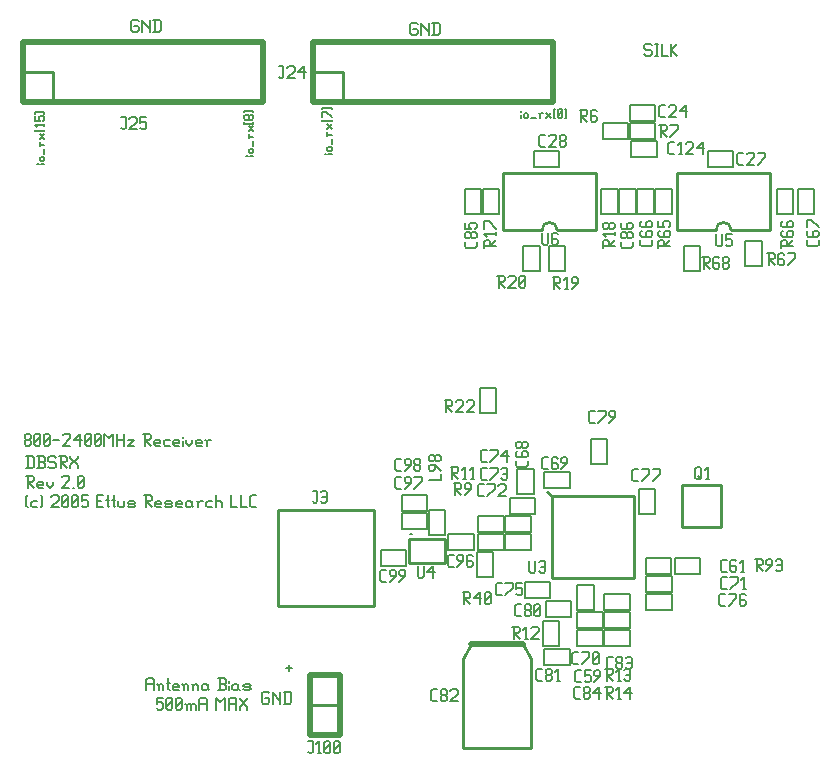
<source format=gbr>
G04 Title: RX Daughterboard, silkscreen, component side *
G04 Creator: pcb-bin 1.99q *
G04 CreationDate: Thu Apr 28 23:14:29 2005 UTC *
G04 For: matt *
G04 Format: Gerber/RS-274X *
G04 PCB-Dimensions: 275000 250000 *
G04 PCB-Coordinate-Origin: lower left *
%MOIN*%
%FSLAX24Y24*%
%IPPOS*%
%ADD11C,0.0400*%
%ADD12C,0.0080*%
%ADD13C,0.0239*%
%ADD14C,0.0140*%
%ADD15C,0.0300*%
%ADD16C,0.0600*%
%ADD17C,0.0250*%
%ADD18C,0.0450*%
%ADD19C,0.0140*%
%ADD20C,0.0299*%
%ADD21C,0.0100*%
%ADD22C,0.0110*%
%ADD23C,0.0249*%
%ADD24R,0.0240X0.0240*%
%ADD25R,0.0440X0.0440*%
%ADD26R,0.0300X0.0300*%
%ADD27C,0.0060*%
%ADD28C,0.0080*%
%ADD29C,0.0800*%
%ADD30C,0.0860*%
%ADD31C,0.1100X0.0800*%
%ADD32C,0.1100*%
%ADD33C,0.0110*%
%AMTHERM1*7,0,0,0.1100,0.0800,0.0110,45*%
%ADD34THERM1*%
%ADD35R,0.0970X0.0970*%
%ADD36R,0.1170X0.1170*%
%ADD37R,0.1030X0.1030*%
%ADD38C,0.0200*%
%ADD39R,0.0560X0.0560*%
%ADD40R,0.0860X0.0860*%
%ADD41R,0.0620X0.0620*%
%ADD42R,0.1220X0.1220*%
%ADD43R,0.1520X0.1520*%
%ADD44R,0.1280X0.1280*%
%ADD45R,0.0340X0.0340*%
%ADD46R,0.0640X0.0640*%
%ADD47R,0.0400X0.0400*%
%ADD48R,0.0540X0.0540*%
%ADD49R,0.0480X0.0480*%
%ADD50R,0.0680X0.0680*%
%ADD51R,0.0200X0.0200*%
%ADD52R,0.0500X0.0500*%
%ADD53R,0.0600X0.0600*%
%ADD54R,0.0660X0.0660*%
%ADD55R,0.0900X0.0900X0.0600X0.0600*%
%ADD56R,0.0900X0.0900*%
%ADD57C,0.0600*%
%ADD58C,0.0660*%
%AMTHERM2*7,0,0,0.0900,0.0600,0.0100,45*%
%ADD59THERM2*%
%ADD60C,0.0900X0.0600*%
%ADD61C,0.0900*%
%ADD62R,0.0150X0.0150*%
%ADD63R,0.0450X0.0450*%
%ADD64R,0.0210X0.0210*%
%ADD65C,0.0410*%
%ADD66C,0.0170*%
%ADD67R,0.1610X0.1610*%
%ADD68R,0.1910X0.1910*%
%ADD69R,0.1670X0.1670*%
%ADD70C,0.0720*%
%ADD71C,0.0920X0.0720*%
%ADD72C,0.0920*%
%ADD73C,0.0240*%
%ADD74C,0.0340*%
%ADD75C,0.1320*%
%ADD76C,0.1520*%
%ADD77C,0.1520X0.1320*%
%ADD78C,0.0600*%
%ADD79C,0.0125*%
%AMTHERM3*7,0,0,0.0800,0.0600,0.0125,45*%
%ADD80THERM3*%
%ADD81C,0.0800*%
%ADD82C,0.0800X0.0600*%
%ADD83C,0.0350*%
%ADD84C,0.0100*%
%AMTHERM4*7,0,0,0.0510,0.0350,0.0100,45*%
%ADD85THERM4*%
%ADD86C,0.0510*%
%ADD87C,0.0510X0.0350*%
%ADD88C,0.0360*%
%ADD89C,0.0520*%
%ADD90C,0.0520X0.0360*%
%AMTHERM5*7,0,0,0.0799,0.0600,0.0125,45*%
%ADD91THERM5*%
%ADD92C,0.0799*%
%ADD93C,0.0799X0.0600*%
%ADD94C,0.0090*%
%AMTHERM6*7,0,0,0.0520,0.0360,0.0090,45*%
%ADD95THERM6*%
%ADD96C,0.0310*%
%ADD97C,0.0080*%
%AMTHERM7*7,0,0,0.0469,0.0310,0.0080,45*%
%ADD98THERM7*%
%ADD99C,0.0469*%
%ADD100C,0.0469X0.0310*%
%AMTHERM8*7,0,0,0.0510,0.0350,0.0100,45*%
%ADD101THERM8*%
%ADD102C,0.0510*%
%ADD103C,0.0510X0.0350*%
%LNGROUP_3*%
%LPD*%
G01X0Y0D02*
G54D27*X15530Y11730D02*X16070D01*
Y12570D02*Y11730D01*
X15530Y12570D02*X16070D01*
X15530D02*Y11730D01*
G04 Text: R22 *
G54D28*X14350Y12170D02*X14550D01*
X14600Y12120D01*
Y12020D01*
X14550Y11970D02*X14600Y12020D01*
X14400Y11970D02*X14550D01*
X14400Y12170D02*Y11770D01*
Y11970D02*X14600Y11770D01*
X14720Y12120D02*X14770Y12170D01*
X14920D01*
X14970Y12120D01*
Y12020D01*
X14720Y11770D02*X14970Y12020D01*
X14720Y11770D02*X14970D01*
X15090Y12120D02*X15140Y12170D01*
X15290D01*
X15340Y12120D01*
Y12020D01*
X15090Y11770D02*X15340Y12020D01*
X15090Y11770D02*X15340D01*
G54D27*X19580Y19220D02*X20120D01*
X19580D02*Y18380D01*
X20120D01*
Y19220D02*Y18380D01*
G04 Text: R18 *
G54D28*X19630Y17450D02*Y17250D01*
Y17450D02*X19680Y17500D01*
X19780D01*
X19830Y17450D02*X19780Y17500D01*
X19830Y17450D02*Y17300D01*
X19630D02*X20030D01*
X19830D02*X20030Y17500D01*
Y17770D02*Y17670D01*
X19630Y17720D02*X20030D01*
X19730Y17620D02*X19630Y17720D01*
X19980Y17890D02*X20030Y17940D01*
X19880Y17890D02*X19980D01*
X19880D02*X19830Y17940D01*
Y18040D02*Y17940D01*
Y18040D02*X19880Y18090D01*
X19980D01*
X20030Y18040D02*X19980Y18090D01*
X20030Y18040D02*Y17940D01*
X19780Y17890D02*X19830Y17940D01*
X19680Y17890D02*X19780D01*
X19680D02*X19630Y17940D01*
Y18040D02*Y17940D01*
Y18040D02*X19680Y18090D01*
X19780D01*
X19830Y18040D02*X19780Y18090D01*
G54D27*X20780Y18380D02*X21320D01*
Y19220D02*Y18380D01*
X20780Y19220D02*X21320D01*
X20780D02*Y18380D01*
G04 Text: C66 *
G54D28*X21280Y17500D02*Y17350D01*
X21230Y17300D02*X21280Y17350D01*
X20930Y17300D02*X21230D01*
X20930D02*X20880Y17350D01*
Y17500D02*Y17350D01*
Y17770D02*X20930Y17820D01*
X20880Y17770D02*Y17670D01*
X20930Y17620D02*X20880Y17670D01*
X20930Y17620D02*X21230D01*
X21280Y17670D01*
X21080Y17770D02*X21130Y17820D01*
X21080Y17770D02*Y17620D01*
X21280Y17770D02*Y17670D01*
Y17770D02*X21230Y17820D01*
X21130D02*X21230D01*
X20880Y18090D02*X20930Y18140D01*
X20880Y18090D02*Y17990D01*
X20930Y17940D02*X20880Y17990D01*
X20930Y17940D02*X21230D01*
X21280Y17990D01*
X21080Y18090D02*X21130Y18140D01*
X21080Y18090D02*Y17940D01*
X21280Y18090D02*Y17990D01*
Y18090D02*X21230Y18140D01*
X21130D02*X21230D01*
G54D27*X21380Y19220D02*X21920D01*
X21380D02*Y18380D01*
X21920D01*
Y19220D02*Y18380D01*
G04 Text: R65 *
G54D28*X21480Y17450D02*Y17250D01*
Y17450D02*X21530Y17500D01*
X21630D01*
X21680Y17450D02*X21630Y17500D01*
X21680Y17450D02*Y17300D01*
X21480D02*X21880D01*
X21680D02*X21880Y17500D01*
X21480Y17770D02*X21530Y17820D01*
X21480Y17770D02*Y17670D01*
X21530Y17620D02*X21480Y17670D01*
X21530Y17620D02*X21830D01*
X21880Y17670D01*
X21680Y17770D02*X21730Y17820D01*
X21680Y17770D02*Y17620D01*
X21880Y17770D02*Y17670D01*
Y17770D02*X21830Y17820D01*
X21730D02*X21830D01*
X21480Y18140D02*Y17940D01*
X21680D01*
X21630Y17990D01*
Y18090D02*Y17990D01*
Y18090D02*X21680Y18140D01*
X21830D01*
X21880Y18090D02*X21830Y18140D01*
X21880Y18090D02*Y17990D01*
X21830Y17940D02*X21880Y17990D01*
G54D27*X20180Y18380D02*X20720D01*
Y19220D02*Y18380D01*
X20180Y19220D02*X20720D01*
X20180D02*Y18380D01*
G04 Text: C86 *
G54D28*X20630Y17450D02*Y17300D01*
X20580Y17250D02*X20630Y17300D01*
X20280Y17250D02*X20580D01*
X20280D02*X20230Y17300D01*
Y17450D02*Y17300D01*
X20580Y17570D02*X20630Y17620D01*
X20480Y17570D02*X20580D01*
X20480D02*X20430Y17620D01*
Y17720D02*Y17620D01*
Y17720D02*X20480Y17770D01*
X20580D01*
X20630Y17720D02*X20580Y17770D01*
X20630Y17720D02*Y17620D01*
X20380Y17570D02*X20430Y17620D01*
X20280Y17570D02*X20380D01*
X20280D02*X20230Y17620D01*
Y17720D02*Y17620D01*
Y17720D02*X20280Y17770D01*
X20380D01*
X20430Y17720D02*X20380Y17770D01*
X20230Y18040D02*X20280Y18090D01*
X20230Y18040D02*Y17940D01*
X20280Y17890D02*X20230Y17940D01*
X20280Y17890D02*X20580D01*
X20630Y17940D01*
X20430Y18040D02*X20480Y18090D01*
X20430Y18040D02*Y17890D01*
X20630Y18040D02*Y17940D01*
Y18040D02*X20580Y18090D01*
X20480D02*X20580D01*
G54D21*X8800Y5300D02*X12000D01*
X8800Y8500D02*Y5300D01*
Y8500D02*X12000D01*
Y5300D01*
G04 Text: J3 *
G54D28*X9950Y9150D02*X10100D01*
Y8800D01*
X10050Y8750D02*X10100Y8800D01*
X10000Y8750D02*X10050D01*
X9950Y8800D02*X10000Y8750D01*
X10220Y9100D02*X10270Y9150D01*
X10370D01*
X10420Y9100D01*
Y8800D01*
X10370Y8750D02*X10420Y8800D01*
X10270Y8750D02*X10370D01*
X10220Y8800D02*X10270Y8750D01*
Y8950D02*X10420D01*
G54D27*X20580Y20820D02*Y20280D01*
X21420D01*
Y20820D02*Y20280D01*
X20580Y20820D02*X21420D01*
G04 Text: C124 *
G54D28*X21850Y20370D02*X22000D01*
X21800Y20420D02*X21850Y20370D01*
X21800Y20720D02*Y20420D01*
Y20720D02*X21850Y20770D01*
X22000D01*
X22170Y20370D02*X22270D01*
X22220Y20770D02*Y20370D01*
X22120Y20670D02*X22220Y20770D01*
X22390Y20720D02*X22440Y20770D01*
X22590D01*
X22640Y20720D01*
Y20620D01*
X22390Y20370D02*X22640Y20620D01*
X22390Y20370D02*X22640D01*
X22760Y20570D02*X22960Y20770D01*
X22760Y20570D02*X23010D01*
X22960Y20770D02*Y20370D01*
G54D27*X18170Y20470D02*Y19930D01*
X17330Y20470D02*X18170D01*
X17330D02*Y19930D01*
X18170D01*
G04 Text: C28 *
G54D28*X17550Y20620D02*X17700D01*
X17500Y20670D02*X17550Y20620D01*
X17500Y20970D02*Y20670D01*
Y20970D02*X17550Y21020D01*
X17700D01*
X17820Y20970D02*X17870Y21020D01*
X18020D01*
X18070Y20970D01*
Y20870D01*
X17820Y20620D02*X18070Y20870D01*
X17820Y20620D02*X18070D01*
X18190Y20670D02*X18240Y20620D01*
X18190Y20770D02*Y20670D01*
Y20770D02*X18240Y20820D01*
X18340D01*
X18390Y20770D01*
Y20670D01*
X18340Y20620D02*X18390Y20670D01*
X18240Y20620D02*X18340D01*
X18190Y20870D02*X18240Y20820D01*
X18190Y20970D02*Y20870D01*
Y20970D02*X18240Y21020D01*
X18340D01*
X18390Y20970D01*
Y20870D01*
X18340Y20820D02*X18390Y20870D01*
G54D21*X23550Y9340D02*Y7950D01*
X22270Y9340D02*X23550D01*
X22270D02*Y7950D01*
X23550D01*
G04 Text: Q1 *
G54D28*X22700Y9880D02*Y9580D01*
Y9880D02*X22750Y9930D01*
X22850D01*
X22900Y9880D01*
Y9580D01*
X22850Y9530D02*X22900Y9580D01*
X22750Y9530D02*X22850D01*
X22700Y9580D02*X22750Y9530D01*
X22800Y9630D02*X22900Y9530D01*
X23070D02*X23170D01*
X23120Y9930D02*Y9530D01*
X23020Y9830D02*X23120Y9930D01*
G54D27*X23970Y20470D02*Y19930D01*
X23130Y20470D02*X23970D01*
X23130D02*Y19930D01*
X23970D01*
G04 Text: C27 *
G54D28*X24150Y20020D02*X24300D01*
X24100Y20070D02*X24150Y20020D01*
X24100Y20370D02*Y20070D01*
Y20370D02*X24150Y20420D01*
X24300D01*
X24420Y20370D02*X24470Y20420D01*
X24620D01*
X24670Y20370D01*
Y20270D01*
X24420Y20020D02*X24670Y20270D01*
X24420Y20020D02*X24670D01*
X24790D02*X25040Y20270D01*
Y20420D02*Y20270D01*
X24790Y20420D02*X25040D01*
G54D27*X20530Y22020D02*X21370D01*
Y21480D01*
X20530D02*X21370D01*
X20530Y22020D02*Y21480D01*
G04 Text: C24 *
G54D28*X21550Y21600D02*X21700D01*
X21500Y21650D02*X21550Y21600D01*
X21500Y21950D02*Y21650D01*
Y21950D02*X21550Y22000D01*
X21700D01*
X21820Y21950D02*X21870Y22000D01*
X22020D01*
X22070Y21950D01*
Y21850D01*
X21820Y21600D02*X22070Y21850D01*
X21820Y21600D02*X22070D01*
X22190Y21800D02*X22390Y22000D01*
X22190Y21800D02*X22440D01*
X22390Y22000D02*Y21600D01*
G54D27*X17680Y3870D02*Y3330D01*
X18520D01*
Y3870D01*
X17680D01*
G04 Text: C81 *
G54D28*X17450Y2820D02*X17600D01*
X17400Y2870D02*X17450Y2820D01*
X17400Y3170D02*Y2870D01*
Y3170D02*X17450Y3220D01*
X17600D01*
X17720Y2870D02*X17770Y2820D01*
X17720Y2970D02*Y2870D01*
Y2970D02*X17770Y3020D01*
X17870D01*
X17920Y2970D01*
Y2870D01*
X17870Y2820D02*X17920Y2870D01*
X17770Y2820D02*X17870D01*
X17720Y3070D02*X17770Y3020D01*
X17720Y3170D02*Y3070D01*
Y3170D02*X17770Y3220D01*
X17870D01*
X17920Y3170D01*
Y3070D01*
X17870Y3020D02*X17920Y3070D01*
X18090Y2820D02*X18190D01*
X18140Y3220D02*Y2820D01*
X18040Y3120D02*X18140Y3220D01*
G54D27*X17630Y4820D02*X18170D01*
X17630D02*Y3980D01*
X18170D01*
Y4820D02*Y3980D01*
G04 Text: R12 *
G54D28*X16600Y4620D02*X16800D01*
X16850Y4570D01*
Y4470D01*
X16800Y4420D02*X16850Y4470D01*
X16650Y4420D02*X16800D01*
X16650Y4620D02*Y4220D01*
Y4420D02*X16850Y4220D01*
X17020D02*X17120D01*
X17070Y4620D02*Y4220D01*
X16970Y4520D02*X17070Y4620D01*
X17240Y4570D02*X17290Y4620D01*
X17440D01*
X17490Y4570D01*
Y4470D01*
X17240Y4220D02*X17490Y4470D01*
X17240Y4220D02*X17490D01*
G54D27*X17730Y5470D02*Y4930D01*
X18570D01*
Y5470D02*Y4930D01*
X17730Y5470D02*X18570D01*
G04 Text: C80 *
G54D28*X16750Y4970D02*X16900D01*
X16700Y5020D02*X16750Y4970D01*
X16700Y5320D02*Y5020D01*
Y5320D02*X16750Y5370D01*
X16900D01*
X17020Y5020D02*X17070Y4970D01*
X17020Y5120D02*Y5020D01*
Y5120D02*X17070Y5170D01*
X17170D01*
X17220Y5120D01*
Y5020D01*
X17170Y4970D02*X17220Y5020D01*
X17070Y4970D02*X17170D01*
X17020Y5220D02*X17070Y5170D01*
X17020Y5320D02*Y5220D01*
Y5320D02*X17070Y5370D01*
X17170D01*
X17220Y5320D01*
Y5220D01*
X17170Y5170D02*X17220Y5220D01*
X17340Y5020D02*X17390Y4970D01*
X17340Y5320D02*Y5020D01*
Y5320D02*X17390Y5370D01*
X17490D01*
X17540Y5320D01*
Y5020D01*
X17490Y4970D02*X17540Y5020D01*
X17390Y4970D02*X17490D01*
X17340Y5070D02*X17540Y5270D01*
G54D27*X15480Y8320D02*Y7780D01*
X16320D01*
Y8320D02*Y7780D01*
X15480Y8320D02*X16320D01*
G04 Text: R11 *
G54D28*X14550Y9950D02*X14750D01*
X14800Y9900D01*
Y9800D01*
X14750Y9750D02*X14800Y9800D01*
X14600Y9750D02*X14750D01*
X14600Y9950D02*Y9550D01*
Y9750D02*X14800Y9550D01*
X14970D02*X15070D01*
X15020Y9950D02*Y9550D01*
X14920Y9850D02*X15020Y9950D01*
X15240Y9550D02*X15340D01*
X15290Y9950D02*Y9550D01*
X15190Y9850D02*X15290Y9950D01*
G54D27*X13830Y8520D02*X14370D01*
X13830D02*Y7680D01*
X14370D01*
Y8520D02*Y7680D01*
G04 Text: L98 *
G54D28*X13830Y9500D02*X14230D01*
Y9700D02*Y9500D01*
Y9820D02*X14030Y10020D01*
X13880D02*X14030D01*
X13830Y9970D02*X13880Y10020D01*
X13830Y9970D02*Y9870D01*
X13880Y9820D02*X13830Y9870D01*
X13880Y9820D02*X13980D01*
X14030Y9870D01*
Y10020D02*Y9870D01*
X14180Y10140D02*X14230Y10190D01*
X14080Y10140D02*X14180D01*
X14080D02*X14030Y10190D01*
Y10290D02*Y10190D01*
Y10290D02*X14080Y10340D01*
X14180D01*
X14230Y10290D02*X14180Y10340D01*
X14230Y10290D02*Y10190D01*
X13980Y10140D02*X14030Y10190D01*
X13880Y10140D02*X13980D01*
X13880D02*X13830Y10190D01*
Y10290D02*Y10190D01*
Y10290D02*X13880Y10340D01*
X13980D01*
X14030Y10290D02*X13980Y10340D01*
G54D27*X13770Y8420D02*Y7880D01*
X12930Y8420D02*X13770D01*
X12930D02*Y7880D01*
X13770D01*
G04 Text: C97 *
G54D28*X12750Y9220D02*X12900D01*
X12700Y9270D02*X12750Y9220D01*
X12700Y9570D02*Y9270D01*
Y9570D02*X12750Y9620D01*
X12900D01*
X13020Y9220D02*X13220Y9420D01*
Y9570D02*Y9420D01*
X13170Y9620D02*X13220Y9570D01*
X13070Y9620D02*X13170D01*
X13020Y9570D02*X13070Y9620D01*
X13020Y9570D02*Y9470D01*
X13070Y9420D01*
X13220D01*
X13340Y9220D02*X13590Y9470D01*
Y9620D02*Y9470D01*
X13340Y9620D02*X13590D01*
G54D27*X14480Y7720D02*Y7180D01*
X15320D01*
Y7720D02*Y7180D01*
X14480Y7720D02*X15320D01*
G04 Text: C96 *
G54D28*X14500Y6620D02*X14650D01*
X14450Y6670D02*X14500Y6620D01*
X14450Y6970D02*Y6670D01*
Y6970D02*X14500Y7020D01*
X14650D01*
X14770Y6620D02*X14970Y6820D01*
Y6970D02*Y6820D01*
X14920Y7020D02*X14970Y6970D01*
X14820Y7020D02*X14920D01*
X14770Y6970D02*X14820Y7020D01*
X14770Y6970D02*Y6870D01*
X14820Y6820D01*
X14970D01*
X15240Y7020D02*X15290Y6970D01*
X15140Y7020D02*X15240D01*
X15090Y6970D02*X15140Y7020D01*
X15090Y6970D02*Y6670D01*
X15140Y6620D01*
X15240Y6820D02*X15290Y6770D01*
X15090Y6820D02*X15240D01*
X15140Y6620D02*X15240D01*
X15290Y6670D01*
Y6770D02*Y6670D01*
G54D27*X17030Y6120D02*Y5580D01*
X17870D01*
Y6120D02*Y5580D01*
X17030Y6120D02*X17870D01*
G04 Text: C75 *
G54D28*X16100Y5670D02*X16250D01*
X16050Y5720D02*X16100Y5670D01*
X16050Y6020D02*Y5720D01*
Y6020D02*X16100Y6070D01*
X16250D01*
X16370Y5670D02*X16620Y5920D01*
Y6070D02*Y5920D01*
X16370Y6070D02*X16620D01*
X16740D02*X16940D01*
X16740D02*Y5870D01*
X16790Y5920D01*
X16890D01*
X16940Y5870D01*
Y5720D01*
X16890Y5670D02*X16940Y5720D01*
X16790Y5670D02*X16890D01*
X16740Y5720D02*X16790Y5670D01*
G54D27*X21080Y6320D02*Y5780D01*
X21920D01*
Y6320D02*Y5780D01*
X21080Y6320D02*X21920D01*
G04 Text: C71 *
G54D28*X23600Y5870D02*X23750D01*
X23550Y5920D02*X23600Y5870D01*
X23550Y6220D02*Y5920D01*
Y6220D02*X23600Y6270D01*
X23750D01*
X23870Y5870D02*X24120Y6120D01*
Y6270D02*Y6120D01*
X23870Y6270D02*X24120D01*
X24290Y5870D02*X24390D01*
X24340Y6270D02*Y5870D01*
X24240Y6170D02*X24340Y6270D01*
G54D27*X16380Y7720D02*Y7180D01*
X17220D01*
Y7720D02*Y7180D01*
X16380Y7720D02*X17220D01*
G04 Text: C72 *
G54D28*X15500Y8970D02*X15650D01*
X15450Y9020D02*X15500Y8970D01*
X15450Y9320D02*Y9020D01*
Y9320D02*X15500Y9370D01*
X15650D01*
X15770Y8970D02*X16020Y9220D01*
Y9370D02*Y9220D01*
X15770Y9370D02*X16020D01*
X16140Y9320D02*X16190Y9370D01*
X16340D01*
X16390Y9320D01*
Y9220D01*
X16140Y8970D02*X16390Y9220D01*
X16140Y8970D02*X16390D01*
G54D27*X15430Y6280D02*X15970D01*
Y7120D02*Y6280D01*
X15430Y7120D02*X15970D01*
X15430D02*Y6280D01*
G04 Text: R40 *
G54D28*X14950Y5770D02*X15150D01*
X15200Y5720D01*
Y5620D01*
X15150Y5570D02*X15200Y5620D01*
X15000Y5570D02*X15150D01*
X15000Y5770D02*Y5370D01*
Y5570D02*X15200Y5370D01*
X15320Y5570D02*X15520Y5770D01*
X15320Y5570D02*X15570D01*
X15520Y5770D02*Y5370D01*
X15690Y5420D02*X15740Y5370D01*
X15690Y5720D02*Y5420D01*
Y5720D02*X15740Y5770D01*
X15840D01*
X15890Y5720D01*
Y5420D01*
X15840Y5370D02*X15890Y5420D01*
X15740Y5370D02*X15840D01*
X15690Y5470D02*X15890Y5670D01*
G54D27*X18780Y6020D02*X19320D01*
X18780D02*Y5180D01*
X19320D01*
Y6020D02*Y5180D01*
G04 Text: C70 *
G54D28*X18650Y3370D02*X18800D01*
X18600Y3420D02*X18650Y3370D01*
X18600Y3720D02*Y3420D01*
Y3720D02*X18650Y3770D01*
X18800D01*
X18920Y3370D02*X19170Y3620D01*
Y3770D02*Y3620D01*
X18920Y3770D02*X19170D01*
X19290Y3420D02*X19340Y3370D01*
X19290Y3720D02*Y3420D01*
Y3720D02*X19340Y3770D01*
X19440D01*
X19490Y3720D01*
Y3420D01*
X19440Y3370D02*X19490Y3420D01*
X19340Y3370D02*X19440D01*
X19290Y3470D02*X19490Y3670D01*
G54D27*X17680Y9770D02*Y9230D01*
X18520D01*
Y9770D02*Y9230D01*
X17680Y9770D02*X18520D01*
G04 Text: C69 *
G54D28*X17650Y9870D02*X17800D01*
X17600Y9920D02*X17650Y9870D01*
X17600Y10220D02*Y9920D01*
Y10220D02*X17650Y10270D01*
X17800D01*
X18070D02*X18120Y10220D01*
X17970Y10270D02*X18070D01*
X17920Y10220D02*X17970Y10270D01*
X17920Y10220D02*Y9920D01*
X17970Y9870D01*
X18070Y10070D02*X18120Y10020D01*
X17920Y10070D02*X18070D01*
X17970Y9870D02*X18070D01*
X18120Y9920D01*
Y10020D02*Y9920D01*
X18240Y9870D02*X18440Y10070D01*
Y10220D02*Y10070D01*
X18390Y10270D02*X18440Y10220D01*
X18290Y10270D02*X18390D01*
X18240Y10220D02*X18290Y10270D01*
X18240Y10220D02*Y10120D01*
X18290Y10070D01*
X18440D01*
G54D27*X16780Y9870D02*X17320D01*
X16780D02*Y9030D01*
X17320D01*
Y9870D02*Y9030D01*
G04 Text: C68 *
G54D28*X17130Y10150D02*Y10000D01*
X17080Y9950D02*X17130Y10000D01*
X16780Y9950D02*X17080D01*
X16780D02*X16730Y10000D01*
Y10150D02*Y10000D01*
Y10420D02*X16780Y10470D01*
X16730Y10420D02*Y10320D01*
X16780Y10270D02*X16730Y10320D01*
X16780Y10270D02*X17080D01*
X17130Y10320D01*
X16930Y10420D02*X16980Y10470D01*
X16930Y10420D02*Y10270D01*
X17130Y10420D02*Y10320D01*
Y10420D02*X17080Y10470D01*
X16980D02*X17080D01*
Y10590D02*X17130Y10640D01*
X16980Y10590D02*X17080D01*
X16980D02*X16930Y10640D01*
Y10740D02*Y10640D01*
Y10740D02*X16980Y10790D01*
X17080D01*
X17130Y10740D02*X17080Y10790D01*
X17130Y10740D02*Y10640D01*
X16880Y10590D02*X16930Y10640D01*
X16780Y10590D02*X16880D01*
X16780D02*X16730Y10640D01*
Y10740D02*Y10640D01*
Y10740D02*X16780Y10790D01*
X16880D01*
X16930Y10740D02*X16880Y10790D01*
G54D27*X22030Y6920D02*Y6380D01*
X22870D01*
Y6920D02*Y6380D01*
X22030Y6920D02*X22870D01*
G04 Text: R93 *
G54D28*X24700Y6870D02*X24900D01*
X24950Y6820D01*
Y6720D01*
X24900Y6670D02*X24950Y6720D01*
X24750Y6670D02*X24900D01*
X24750Y6870D02*Y6470D01*
Y6670D02*X24950Y6470D01*
X25070D02*X25270Y6670D01*
Y6820D02*Y6670D01*
X25220Y6870D02*X25270Y6820D01*
X25120Y6870D02*X25220D01*
X25070Y6820D02*X25120Y6870D01*
X25070Y6820D02*Y6720D01*
X25120Y6670D01*
X25270D01*
X25390Y6820D02*X25440Y6870D01*
X25540D01*
X25590Y6820D01*
Y6520D01*
X25540Y6470D02*X25590Y6520D01*
X25440Y6470D02*X25540D01*
X25390Y6520D02*X25440Y6470D01*
Y6670D02*X25590D01*
G54D27*X19230Y10870D02*X19770D01*
X19230D02*Y10030D01*
X19770D01*
Y10870D02*Y10030D01*
G04 Text: C79 *
G54D28*X19200Y11420D02*X19350D01*
X19150Y11470D02*X19200Y11420D01*
X19150Y11770D02*Y11470D01*
Y11770D02*X19200Y11820D01*
X19350D01*
X19470Y11420D02*X19720Y11670D01*
Y11820D02*Y11670D01*
X19470Y11820D02*X19720D01*
X19840Y11420D02*X20040Y11620D01*
Y11770D02*Y11620D01*
X19990Y11820D02*X20040Y11770D01*
X19890Y11820D02*X19990D01*
X19840Y11770D02*X19890Y11820D01*
X19840Y11770D02*Y11670D01*
X19890Y11620D01*
X20040D01*
G54D27*X13770Y9020D02*Y8480D01*
X12930Y9020D02*X13770D01*
X12930D02*Y8480D01*
X13770D01*
G04 Text: C98 *
G54D28*X12750Y9820D02*X12900D01*
X12700Y9870D02*X12750Y9820D01*
X12700Y10170D02*Y9870D01*
Y10170D02*X12750Y10220D01*
X12900D01*
X13020Y9820D02*X13220Y10020D01*
Y10170D02*Y10020D01*
X13170Y10220D02*X13220Y10170D01*
X13070Y10220D02*X13170D01*
X13020Y10170D02*X13070Y10220D01*
X13020Y10170D02*Y10070D01*
X13070Y10020D01*
X13220D01*
X13340Y9870D02*X13390Y9820D01*
X13340Y9970D02*Y9870D01*
Y9970D02*X13390Y10020D01*
X13490D01*
X13540Y9970D01*
Y9870D01*
X13490Y9820D02*X13540Y9870D01*
X13390Y9820D02*X13490D01*
X13340Y10070D02*X13390Y10020D01*
X13340Y10170D02*Y10070D01*
Y10170D02*X13390Y10220D01*
X13490D01*
X13540Y10170D01*
Y10070D01*
X13490Y10020D02*X13540Y10070D01*
G54D27*X21920Y5720D02*Y5180D01*
X21080Y5720D02*X21920D01*
X21080D02*Y5180D01*
X21920D01*
G04 Text: C76 *
G54D28*X23550Y5320D02*X23700D01*
X23500Y5370D02*X23550Y5320D01*
X23500Y5670D02*Y5370D01*
Y5670D02*X23550Y5720D01*
X23700D01*
X23820Y5320D02*X24070Y5570D01*
Y5720D02*Y5570D01*
X23820Y5720D02*X24070D01*
X24340D02*X24390Y5670D01*
X24240Y5720D02*X24340D01*
X24190Y5670D02*X24240Y5720D01*
X24190Y5670D02*Y5370D01*
X24240Y5320D01*
X24340Y5520D02*X24390Y5470D01*
X24190Y5520D02*X24340D01*
X24240Y5320D02*X24340D01*
X24390Y5370D01*
Y5470D02*Y5370D01*
G54D27*X16380Y8320D02*Y7780D01*
X17220D01*
Y8320D02*Y7780D01*
X16380Y8320D02*X17220D01*
G04 Text: C73 *
G54D28*X15600Y9520D02*X15750D01*
X15550Y9570D02*X15600Y9520D01*
X15550Y9870D02*Y9570D01*
Y9870D02*X15600Y9920D01*
X15750D01*
X15870Y9520D02*X16120Y9770D01*
Y9920D02*Y9770D01*
X15870Y9920D02*X16120D01*
X16240Y9870D02*X16290Y9920D01*
X16390D01*
X16440Y9870D01*
Y9570D01*
X16390Y9520D02*X16440Y9570D01*
X16290Y9520D02*X16390D01*
X16240Y9570D02*X16290Y9520D01*
Y9720D02*X16440D01*
G54D27*X20830Y9220D02*X21370D01*
X20830D02*Y8380D01*
X21370D01*
Y9220D02*Y8380D01*
G04 Text: C77 *
G54D28*X20650Y9470D02*X20800D01*
X20600Y9520D02*X20650Y9470D01*
X20600Y9820D02*Y9520D01*
Y9820D02*X20650Y9870D01*
X20800D01*
X20920Y9470D02*X21170Y9720D01*
Y9870D02*Y9720D01*
X20920Y9870D02*X21170D01*
X21290Y9470D02*X21540Y9720D01*
Y9870D02*Y9720D01*
X21290Y9870D02*X21540D01*
G54D27*X16530Y8920D02*Y8380D01*
X17370D01*
Y8920D02*Y8380D01*
X16530Y8920D02*X17370D01*
G04 Text: C74 *
G54D28*X15600Y10120D02*X15750D01*
X15550Y10170D02*X15600Y10120D01*
X15550Y10470D02*Y10170D01*
Y10470D02*X15600Y10520D01*
X15750D01*
X15870Y10120D02*X16120Y10370D01*
Y10520D02*Y10370D01*
X15870Y10520D02*X16120D01*
X16240Y10320D02*X16440Y10520D01*
X16240Y10320D02*X16490D01*
X16440Y10520D02*Y10120D01*
G54D38*X15230Y4030D02*X16970D01*
G54D21*X15230D02*X14980Y3550D01*
Y570D01*
X17220D01*
Y3550D02*Y570D01*
Y3550D02*X16970Y4030D01*
G04 Text: C82 *
G54D28*X13950Y2130D02*X14100D01*
X13900Y2180D02*X13950Y2130D01*
X13900Y2480D02*Y2180D01*
Y2480D02*X13950Y2530D01*
X14100D01*
X14220Y2180D02*X14270Y2130D01*
X14220Y2280D02*Y2180D01*
Y2280D02*X14270Y2330D01*
X14370D01*
X14420Y2280D01*
Y2180D01*
X14370Y2130D02*X14420Y2180D01*
X14270Y2130D02*X14370D01*
X14220Y2380D02*X14270Y2330D01*
X14220Y2480D02*Y2380D01*
Y2480D02*X14270Y2530D01*
X14370D01*
X14420Y2480D01*
Y2380D01*
X14370Y2330D02*X14420Y2380D01*
X14540Y2480D02*X14590Y2530D01*
X14740D01*
X14790Y2480D01*
Y2380D01*
X14540Y2130D02*X14790Y2380D01*
X14540Y2130D02*X14790D01*
G54D38*X9950Y22100D02*X17950D01*
Y24100D02*Y22100D01*
X9950Y24100D02*X17950D01*
X9950D02*Y22100D01*
G54D21*X10950Y23100D02*Y22100D01*
X9950Y23100D02*X10950D01*
G04 Text: J24 *
G54D28*X8830Y23310D02*X8980D01*
Y22960D01*
X8930Y22910D02*X8980Y22960D01*
X8880Y22910D02*X8930D01*
X8830Y22960D02*X8880Y22910D01*
X9100Y23260D02*X9150Y23310D01*
X9300D01*
X9350Y23260D01*
Y23160D01*
X9100Y22910D02*X9350Y23160D01*
X9100Y22910D02*X9350D01*
X9470Y23110D02*X9670Y23310D01*
X9470Y23110D02*X9720D01*
X9670Y23310D02*Y22910D01*
G54D27*X15630Y19220D02*X16170D01*
X15630D02*Y18380D01*
X16170D01*
Y19220D02*Y18380D01*
G04 Text: R17 *
G54D28*X15680Y17450D02*Y17250D01*
Y17450D02*X15730Y17500D01*
X15830D01*
X15880Y17450D02*X15830Y17500D01*
X15880Y17450D02*Y17300D01*
X15680D02*X16080D01*
X15880D02*X16080Y17500D01*
Y17770D02*Y17670D01*
X15680Y17720D02*X16080D01*
X15780Y17620D02*X15680Y17720D01*
X16080Y17890D02*X15830Y18140D01*
X15680D02*X15830D01*
X15680D02*Y17890D01*
G54D27*X21070Y6920D02*Y6380D01*
X21910D01*
Y6920D02*Y6380D01*
X21070Y6920D02*X21910D01*
G04 Text: C61 *
G54D28*X23600Y6460D02*X23750D01*
X23550Y6510D02*X23600Y6460D01*
X23550Y6810D02*Y6510D01*
Y6810D02*X23600Y6860D01*
X23750D01*
X24020D02*X24070Y6810D01*
X23920Y6860D02*X24020D01*
X23870Y6810D02*X23920Y6860D01*
X23870Y6810D02*Y6510D01*
X23920Y6460D01*
X24020Y6660D02*X24070Y6610D01*
X23870Y6660D02*X24020D01*
X23920Y6460D02*X24020D01*
X24070Y6510D01*
Y6610D02*Y6510D01*
X24240Y6460D02*X24340D01*
X24290Y6860D02*Y6460D01*
X24190Y6760D02*X24290Y6860D01*
G54D27*X26130Y18380D02*X26670D01*
Y19220D02*Y18380D01*
X26130Y19220D02*X26670D01*
X26130D02*Y18380D01*
G04 Text: C67 *
G54D28*X26830Y17500D02*Y17350D01*
X26780Y17300D02*X26830Y17350D01*
X26480Y17300D02*X26780D01*
X26480D02*X26430Y17350D01*
Y17500D02*Y17350D01*
Y17770D02*X26480Y17820D01*
X26430Y17770D02*Y17670D01*
X26480Y17620D02*X26430Y17670D01*
X26480Y17620D02*X26780D01*
X26830Y17670D01*
X26630Y17770D02*X26680Y17820D01*
X26630Y17770D02*Y17620D01*
X26830Y17770D02*Y17670D01*
Y17770D02*X26780Y17820D01*
X26680D02*X26780D01*
X26830Y17940D02*X26580Y18190D01*
X26430D02*X26580D01*
X26430D02*Y17940D01*
G54D27*X19680Y4520D02*Y3980D01*
X20520D01*
Y4520D02*Y3980D01*
X19680Y4520D02*X20520D01*
G04 Text: R14 *
G54D28*X19700Y2620D02*X19900D01*
X19950Y2570D01*
Y2470D01*
X19900Y2420D02*X19950Y2470D01*
X19750Y2420D02*X19900D01*
X19750Y2620D02*Y2220D01*
Y2420D02*X19950Y2220D01*
X20120D02*X20220D01*
X20170Y2620D02*Y2220D01*
X20070Y2520D02*X20170Y2620D01*
X20340Y2420D02*X20540Y2620D01*
X20340Y2420D02*X20590D01*
X20540Y2620D02*Y2220D01*
G54D21*X13160Y7550D02*X14350D01*
X13160D02*Y6750D01*
X14350D01*
Y7550D02*Y6750D01*
G04 Text: U4 *
G54D28*X13450Y6650D02*Y6300D01*
X13500Y6250D01*
X13600D01*
X13650Y6300D01*
Y6650D02*Y6300D01*
X13770Y6450D02*X13970Y6650D01*
X13770Y6450D02*X14020D01*
X13970Y6650D02*Y6250D01*
G54D21*X25200Y19750D02*Y17850D01*
X22100Y19750D02*X25200D01*
X22100D02*Y17850D01*
X23900D02*X25200D01*
X22100D02*X23400D01*
X23900D02*G75*G03X23400Y17850I-250J0D01*G01*
G04 Text: U5 *
G54D28*Y17700D02*Y17350D01*
X23450Y17300D01*
X23550D01*
X23600Y17350D01*
Y17700D02*Y17350D01*
X23720Y17700D02*X23920D01*
X23720D02*Y17500D01*
X23770Y17550D01*
X23870D01*
X23920Y17500D01*
Y17350D01*
X23870Y17300D02*X23920Y17350D01*
X23770Y17300D02*X23870D01*
X23720Y17350D02*X23770Y17300D01*
G54D27*X18780Y4520D02*Y3980D01*
X19620D01*
Y4520D02*Y3980D01*
X18780Y4520D02*X19620D01*
G04 Text: C84 *
G54D28*X18720Y2220D02*X18870D01*
X18670Y2270D02*X18720Y2220D01*
X18670Y2570D02*Y2270D01*
Y2570D02*X18720Y2620D01*
X18870D01*
X18990Y2270D02*X19040Y2220D01*
X18990Y2370D02*Y2270D01*
Y2370D02*X19040Y2420D01*
X19140D01*
X19190Y2370D01*
Y2270D01*
X19140Y2220D02*X19190Y2270D01*
X19040Y2220D02*X19140D01*
X18990Y2470D02*X19040Y2420D01*
X18990Y2570D02*Y2470D01*
Y2570D02*X19040Y2620D01*
X19140D01*
X19190Y2570D01*
Y2470D01*
X19140Y2420D02*X19190Y2470D01*
X19310Y2420D02*X19510Y2620D01*
X19310Y2420D02*X19560D01*
X19510Y2620D02*Y2220D01*
G54D27*X24380Y17470D02*X24920D01*
X24380D02*Y16630D01*
X24920D01*
Y17470D02*Y16630D01*
G04 Text: R67 *
G54D28*X25100Y17070D02*X25300D01*
X25350Y17020D01*
Y16920D01*
X25300Y16870D02*X25350Y16920D01*
X25150Y16870D02*X25300D01*
X25150Y17070D02*Y16670D01*
Y16870D02*X25350Y16670D01*
X25620Y17070D02*X25670Y17020D01*
X25520Y17070D02*X25620D01*
X25470Y17020D02*X25520Y17070D01*
X25470Y17020D02*Y16720D01*
X25520Y16670D01*
X25620Y16870D02*X25670Y16820D01*
X25470Y16870D02*X25620D01*
X25520Y16670D02*X25620D01*
X25670Y16720D01*
Y16820D02*Y16720D01*
X25790Y16670D02*X26040Y16920D01*
Y17070D02*Y16920D01*
X25790Y17070D02*X26040D01*
G54D27*X25430Y19220D02*X25970D01*
X25430D02*Y18380D01*
X25970D01*
Y19220D02*Y18380D01*
G04 Text: R66 *
G54D28*X25580Y17450D02*Y17250D01*
Y17450D02*X25630Y17500D01*
X25730D01*
X25780Y17450D02*X25730Y17500D01*
X25780Y17450D02*Y17300D01*
X25580D02*X25980D01*
X25780D02*X25980Y17500D01*
X25580Y17770D02*X25630Y17820D01*
X25580Y17770D02*Y17670D01*
X25630Y17620D02*X25580Y17670D01*
X25630Y17620D02*X25930D01*
X25980Y17670D01*
X25780Y17770D02*X25830Y17820D01*
X25780Y17770D02*Y17620D01*
X25980Y17770D02*Y17670D01*
Y17770D02*X25930Y17820D01*
X25830D02*X25930D01*
X25580Y18090D02*X25630Y18140D01*
X25580Y18090D02*Y17990D01*
X25630Y17940D02*X25580Y17990D01*
X25630Y17940D02*X25930D01*
X25980Y17990D01*
X25780Y18090D02*X25830Y18140D01*
X25780Y18090D02*Y17940D01*
X25980Y18090D02*Y17990D01*
Y18090D02*X25930Y18140D01*
X25830D02*X25930D01*
G54D21*X20670Y8970D02*Y6230D01*
X17930Y8970D02*X20670D01*
X17930D02*Y6230D01*
X20670D01*
X17930Y8970D02*X17780Y9120D01*
G04 Text: U3 *
G54D28*X17180Y6820D02*Y6470D01*
X17230Y6420D01*
X17330D01*
X17380Y6470D01*
Y6820D02*Y6470D01*
X17500Y6770D02*X17550Y6820D01*
X17650D01*
X17700Y6770D01*
Y6470D01*
X17650Y6420D02*X17700Y6470D01*
X17550Y6420D02*X17650D01*
X17500Y6470D02*X17550Y6420D01*
Y6620D02*X17700D01*
G54D27*X20520Y5120D02*Y4580D01*
X19680Y5120D02*X20520D01*
X19680D02*Y4580D01*
X20520D01*
G04 Text: R13 *
G54D28*X19700Y3220D02*X19900D01*
X19950Y3170D01*
Y3070D01*
X19900Y3020D02*X19950Y3070D01*
X19750Y3020D02*X19900D01*
X19750Y3220D02*Y2820D01*
Y3020D02*X19950Y2820D01*
X20120D02*X20220D01*
X20170Y3220D02*Y2820D01*
X20070Y3120D02*X20170Y3220D01*
X20340Y3170D02*X20390Y3220D01*
X20490D01*
X20540Y3170D01*
Y2870D01*
X20490Y2820D02*X20540Y2870D01*
X20390Y2820D02*X20490D01*
X20340Y2870D02*X20390Y2820D01*
Y3020D02*X20540D01*
G54D27*X22330Y17320D02*X22870D01*
X22330D02*Y16480D01*
X22870D01*
Y17320D02*Y16480D01*
G04 Text: R68 *
G54D28*X22940Y16960D02*X23140D01*
X23190Y16910D01*
Y16810D01*
X23140Y16760D02*X23190Y16810D01*
X22990Y16760D02*X23140D01*
X22990Y16960D02*Y16560D01*
Y16760D02*X23190Y16560D01*
X23460Y16960D02*X23510Y16910D01*
X23360Y16960D02*X23460D01*
X23310Y16910D02*X23360Y16960D01*
X23310Y16910D02*Y16610D01*
X23360Y16560D01*
X23460Y16760D02*X23510Y16710D01*
X23310Y16760D02*X23460D01*
X23360Y16560D02*X23460D01*
X23510Y16610D01*
Y16710D02*Y16610D01*
X23630D02*X23680Y16560D01*
X23630Y16710D02*Y16610D01*
Y16710D02*X23680Y16760D01*
X23780D01*
X23830Y16710D01*
Y16610D01*
X23780Y16560D02*X23830Y16610D01*
X23680Y16560D02*X23780D01*
X23630Y16810D02*X23680Y16760D01*
X23630Y16910D02*Y16810D01*
Y16910D02*X23680Y16960D01*
X23780D01*
X23830Y16910D01*
Y16810D01*
X23780Y16760D02*X23830Y16810D01*
G54D21*X19400Y19750D02*Y17850D01*
X16300Y19750D02*X19400D01*
X16300D02*Y17850D01*
X18100D02*X19400D01*
X16300D02*X17600D01*
X18100D02*G75*G03X17600Y17850I-250J0D01*G01*
G04 Text: U6 *
G54D28*Y17750D02*Y17400D01*
X17650Y17350D01*
X17750D01*
X17800Y17400D01*
Y17750D02*Y17400D01*
X18070Y17750D02*X18120Y17700D01*
X17970Y17750D02*X18070D01*
X17920Y17700D02*X17970Y17750D01*
X17920Y17700D02*Y17400D01*
X17970Y17350D01*
X18070Y17550D02*X18120Y17500D01*
X17920Y17550D02*X18070D01*
X17970Y17350D02*X18070D01*
X18120Y17400D01*
Y17500D02*Y17400D01*
G54D27*X12230Y7170D02*Y6630D01*
X13070D01*
Y7170D02*Y6630D01*
X12230Y7170D02*X13070D01*
G04 Text: C99 *
G54D28*X12250Y6120D02*X12400D01*
X12200Y6170D02*X12250Y6120D01*
X12200Y6470D02*Y6170D01*
Y6470D02*X12250Y6520D01*
X12400D01*
X12520Y6120D02*X12720Y6320D01*
Y6470D02*Y6320D01*
X12670Y6520D02*X12720Y6470D01*
X12570Y6520D02*X12670D01*
X12520Y6470D02*X12570Y6520D01*
X12520Y6470D02*Y6370D01*
X12570Y6320D01*
X12720D01*
X12840Y6120D02*X13040Y6320D01*
Y6470D02*Y6320D01*
X12990Y6520D02*X13040Y6470D01*
X12890Y6520D02*X12990D01*
X12840Y6470D02*X12890Y6520D01*
X12840Y6470D02*Y6370D01*
X12890Y6320D01*
X13040D01*
G54D27*X15030Y18380D02*X15570D01*
Y19220D02*Y18380D01*
X15030Y19220D02*X15570D01*
X15030D02*Y18380D01*
G04 Text: C85 *
G54D28*X15430Y17450D02*Y17300D01*
X15380Y17250D02*X15430Y17300D01*
X15080Y17250D02*X15380D01*
X15080D02*X15030Y17300D01*
Y17450D02*Y17300D01*
X15380Y17570D02*X15430Y17620D01*
X15280Y17570D02*X15380D01*
X15280D02*X15230Y17620D01*
Y17720D02*Y17620D01*
Y17720D02*X15280Y17770D01*
X15380D01*
X15430Y17720D02*X15380Y17770D01*
X15430Y17720D02*Y17620D01*
X15180Y17570D02*X15230Y17620D01*
X15080Y17570D02*X15180D01*
X15080D02*X15030Y17620D01*
Y17720D02*Y17620D01*
Y17720D02*X15080Y17770D01*
X15180D01*
X15230Y17720D02*X15180Y17770D01*
X15030Y18090D02*Y17890D01*
X15230D01*
X15180Y17940D01*
Y18040D02*Y17940D01*
Y18040D02*X15230Y18090D01*
X15380D01*
X15430Y18040D02*X15380Y18090D01*
X15430Y18040D02*Y17940D01*
X15380Y17890D02*X15430Y17940D01*
G54D38*X300Y22100D02*X8300D01*
Y24100D02*Y22100D01*
X300Y24100D02*X8300D01*
X300D02*Y22100D01*
G54D21*X1300Y23100D02*Y22100D01*
X300Y23100D02*X1300D01*
G04 Text: J25 *
G54D28*X3570Y21610D02*X3720D01*
Y21260D01*
X3670Y21210D02*X3720Y21260D01*
X3620Y21210D02*X3670D01*
X3570Y21260D02*X3620Y21210D01*
X3840Y21560D02*X3890Y21610D01*
X4040D01*
X4090Y21560D01*
Y21460D01*
X3840Y21210D02*X4090Y21460D01*
X3840Y21210D02*X4090D01*
X4210Y21610D02*X4410D01*
X4210D02*Y21410D01*
X4260Y21460D01*
X4360D01*
X4410Y21410D01*
Y21260D01*
X4360Y21210D02*X4410Y21260D01*
X4260Y21210D02*X4360D01*
X4210Y21260D02*X4260Y21210D01*
G54D38*X9850Y3000D02*X10850D01*
X9850D02*Y1000D01*
X10850D01*
Y3000D02*Y1000D01*
G54D21*X9850Y3000D02*Y2000D01*
X10850D01*
G04 Text: J100 *
G54D28*X9800Y800D02*X9950D01*
Y450D01*
X9900Y400D02*X9950Y450D01*
X9850Y400D02*X9900D01*
X9800Y450D02*X9850Y400D01*
X10120D02*X10220D01*
X10170Y800D02*Y400D01*
X10070Y700D02*X10170Y800D01*
X10340Y450D02*X10390Y400D01*
X10340Y750D02*Y450D01*
Y750D02*X10390Y800D01*
X10490D01*
X10540Y750D01*
Y450D01*
X10490Y400D02*X10540Y450D01*
X10390Y400D02*X10490D01*
X10340Y500D02*X10540Y700D01*
X10660Y450D02*X10710Y400D01*
X10660Y750D02*Y450D01*
Y750D02*X10710Y800D01*
X10810D01*
X10860Y750D01*
Y450D01*
X10810Y400D02*X10860Y450D01*
X10710Y400D02*X10810D01*
X10660Y500D02*X10860Y700D01*
G54D27*X15480Y7720D02*Y7180D01*
X16320D01*
Y7720D02*Y7180D01*
X15480Y7720D02*X16320D01*
G04 Text: R9 *
G54D28*X14650Y9400D02*X14850D01*
X14900Y9350D01*
Y9250D01*
X14850Y9200D02*X14900Y9250D01*
X14700Y9200D02*X14850D01*
X14700Y9400D02*Y9000D01*
Y9200D02*X14900Y9000D01*
X15020D02*X15220Y9200D01*
Y9350D02*Y9200D01*
X15170Y9400D02*X15220Y9350D01*
X15070Y9400D02*X15170D01*
X15020Y9350D02*X15070Y9400D01*
X15020Y9350D02*Y9250D01*
X15070Y9200D01*
X15220D01*
G54D27*X19620Y5120D02*Y4580D01*
X18780Y5120D02*X19620D01*
X18780D02*Y4580D01*
X19620D01*
G04 Text: C59 *
G54D28*X18750Y2770D02*X18900D01*
X18700Y2820D02*X18750Y2770D01*
X18700Y3120D02*Y2820D01*
Y3120D02*X18750Y3170D01*
X18900D01*
X19020D02*X19220D01*
X19020D02*Y2970D01*
X19070Y3020D01*
X19170D01*
X19220Y2970D01*
Y2820D01*
X19170Y2770D02*X19220Y2820D01*
X19070Y2770D02*X19170D01*
X19020Y2820D02*X19070Y2770D01*
X19340D02*X19540Y2970D01*
Y3120D02*Y2970D01*
X19490Y3170D02*X19540Y3120D01*
X19390Y3170D02*X19490D01*
X19340Y3120D02*X19390Y3170D01*
X19340Y3120D02*Y3020D01*
X19390Y2970D01*
X19540D01*
G54D27*X16980Y17320D02*X17520D01*
X16980D02*Y16480D01*
X17520D01*
Y17320D02*Y16480D01*
G04 Text: R20 *
G54D28*X16100Y16320D02*X16300D01*
X16350Y16270D01*
Y16170D01*
X16300Y16120D02*X16350Y16170D01*
X16150Y16120D02*X16300D01*
X16150Y16320D02*Y15920D01*
Y16120D02*X16350Y15920D01*
X16470Y16270D02*X16520Y16320D01*
X16670D01*
X16720Y16270D01*
Y16170D01*
X16470Y15920D02*X16720Y16170D01*
X16470Y15920D02*X16720D01*
X16840Y15970D02*X16890Y15920D01*
X16840Y16270D02*Y15970D01*
Y16270D02*X16890Y16320D01*
X16990D01*
X17040Y16270D01*
Y15970D01*
X16990Y15920D02*X17040Y15970D01*
X16890Y15920D02*X16990D01*
X16840Y16020D02*X17040Y16220D01*
G54D27*X17830Y17320D02*X18370D01*
X17830D02*Y16480D01*
X18370D01*
Y17320D02*Y16480D01*
G04 Text: R19 *
G54D28*X17950Y16270D02*X18150D01*
X18200Y16220D01*
Y16120D01*
X18150Y16070D02*X18200Y16120D01*
X18000Y16070D02*X18150D01*
X18000Y16270D02*Y15870D01*
Y16070D02*X18200Y15870D01*
X18370D02*X18470D01*
X18420Y16270D02*Y15870D01*
X18320Y16170D02*X18420Y16270D01*
X18590Y15870D02*X18790Y16070D01*
Y16220D02*Y16070D01*
X18740Y16270D02*X18790Y16220D01*
X18640Y16270D02*X18740D01*
X18590Y16220D02*X18640Y16270D01*
X18590Y16220D02*Y16120D01*
X18640Y16070D01*
X18790D01*
G54D27*X20520Y5720D02*Y5180D01*
X19680Y5720D02*X20520D01*
X19680D02*Y5180D01*
X20520D01*
G04 Text: C83 *
G54D28*X19800Y3220D02*X19950D01*
X19750Y3270D02*X19800Y3220D01*
X19750Y3570D02*Y3270D01*
Y3570D02*X19800Y3620D01*
X19950D01*
X20070Y3270D02*X20120Y3220D01*
X20070Y3370D02*Y3270D01*
Y3370D02*X20120Y3420D01*
X20220D01*
X20270Y3370D01*
Y3270D01*
X20220Y3220D02*X20270Y3270D01*
X20120Y3220D02*X20220D01*
X20070Y3470D02*X20120Y3420D01*
X20070Y3570D02*Y3470D01*
Y3570D02*X20120Y3620D01*
X20220D01*
X20270Y3570D01*
Y3470D01*
X20220Y3420D02*X20270Y3470D01*
X20390Y3570D02*X20440Y3620D01*
X20540D01*
X20590Y3570D01*
Y3270D01*
X20540Y3220D02*X20590Y3270D01*
X20440Y3220D02*X20540D01*
X20390Y3270D02*X20440Y3220D01*
Y3420D02*X20590D01*
G54D27*X20530Y21420D02*Y20880D01*
X21370D01*
Y21420D02*Y20880D01*
X20530Y21420D02*X21370D01*
G04 Text: R7 *
G54D28*X21500Y21350D02*X21700D01*
X21750Y21300D01*
Y21200D01*
X21700Y21150D02*X21750Y21200D01*
X21550Y21150D02*X21700D01*
X21550Y21350D02*Y20950D01*
Y21150D02*X21750Y20950D01*
X21870D02*X22120Y21200D01*
Y21350D02*Y21200D01*
X21870Y21350D02*X22120D01*
G54D27*X19630Y21420D02*Y20880D01*
X20470D01*
Y21420D02*Y20880D01*
X19630Y21420D02*X20470D01*
G04 Text: R6 *
G54D28*X18850Y21850D02*X19050D01*
X19100Y21800D01*
Y21700D01*
X19050Y21650D02*X19100Y21700D01*
X18900Y21650D02*X19050D01*
X18900Y21850D02*Y21450D01*
Y21650D02*X19100Y21450D01*
X19370Y21850D02*X19420Y21800D01*
X19270Y21850D02*X19370D01*
X19220Y21800D02*X19270Y21850D01*
X19220Y21800D02*Y21500D01*
X19270Y21450D01*
X19370Y21650D02*X19420Y21600D01*
X19220Y21650D02*X19370D01*
X19270Y21450D02*X19370D01*
X19420Y21500D01*
Y21600D02*Y21500D01*
G04 Text: . *
X13200Y7700D02*X13250D01*
G04 Text: 800-2400MHz Receiver *
X350Y10700D02*X400Y10650D01*
X350Y10800D02*Y10700D01*
Y10800D02*X400Y10850D01*
X500D01*
X550Y10800D01*
Y10700D01*
X500Y10650D02*X550Y10700D01*
X400Y10650D02*X500D01*
X350Y10900D02*X400Y10850D01*
X350Y11000D02*Y10900D01*
Y11000D02*X400Y11050D01*
X500D01*
X550Y11000D01*
Y10900D01*
X500Y10850D02*X550Y10900D01*
X670Y10700D02*X720Y10650D01*
X670Y11000D02*Y10700D01*
Y11000D02*X720Y11050D01*
X820D01*
X870Y11000D01*
Y10700D01*
X820Y10650D02*X870Y10700D01*
X720Y10650D02*X820D01*
X670Y10750D02*X870Y10950D01*
X990Y10700D02*X1040Y10650D01*
X990Y11000D02*Y10700D01*
Y11000D02*X1040Y11050D01*
X1140D01*
X1190Y11000D01*
Y10700D01*
X1140Y10650D02*X1190Y10700D01*
X1040Y10650D02*X1140D01*
X990Y10750D02*X1190Y10950D01*
X1310Y10850D02*X1510D01*
X1630Y11000D02*X1680Y11050D01*
X1830D01*
X1880Y11000D01*
Y10900D01*
X1630Y10650D02*X1880Y10900D01*
X1630Y10650D02*X1880D01*
X2000Y10850D02*X2200Y11050D01*
X2000Y10850D02*X2250D01*
X2200Y11050D02*Y10650D01*
X2370Y10700D02*X2420Y10650D01*
X2370Y11000D02*Y10700D01*
Y11000D02*X2420Y11050D01*
X2520D01*
X2570Y11000D01*
Y10700D01*
X2520Y10650D02*X2570Y10700D01*
X2420Y10650D02*X2520D01*
X2370Y10750D02*X2570Y10950D01*
X2690Y10700D02*X2740Y10650D01*
X2690Y11000D02*Y10700D01*
Y11000D02*X2740Y11050D01*
X2840D01*
X2890Y11000D01*
Y10700D01*
X2840Y10650D02*X2890Y10700D01*
X2740Y10650D02*X2840D01*
X2690Y10750D02*X2890Y10950D01*
X3010Y11050D02*Y10650D01*
Y11050D02*X3160Y10900D01*
X3310Y11050D01*
Y10650D01*
X3430Y11050D02*Y10650D01*
X3680Y11050D02*Y10650D01*
X3430Y10850D02*X3680D01*
X3801D02*X4001D01*
X3801Y10650D02*X4001Y10850D01*
X3801Y10650D02*X4001D01*
X4301Y11050D02*X4501D01*
X4551Y11000D01*
Y10900D01*
X4501Y10850D02*X4551Y10900D01*
X4351Y10850D02*X4501D01*
X4351Y11050D02*Y10650D01*
Y10850D02*X4551Y10650D01*
X4721D02*X4871D01*
X4671Y10700D02*X4721Y10650D01*
X4671Y10800D02*Y10700D01*
Y10800D02*X4721Y10850D01*
X4821D01*
X4871Y10800D01*
X4671Y10750D02*X4871D01*
Y10800D02*Y10750D01*
X5041Y10850D02*X5191D01*
X4991Y10800D02*X5041Y10850D01*
X4991Y10800D02*Y10700D01*
X5041Y10650D01*
X5191D01*
X5361D02*X5511D01*
X5311Y10700D02*X5361Y10650D01*
X5311Y10800D02*Y10700D01*
Y10800D02*X5361Y10850D01*
X5461D01*
X5511Y10800D01*
X5311Y10750D02*X5511D01*
Y10800D02*Y10750D01*
X5631Y10950D02*Y10900D01*
Y10800D02*Y10650D01*
X5731Y10850D02*Y10750D01*
X5831Y10650D01*
X5931Y10750D01*
Y10850D02*Y10750D01*
X6101Y10650D02*X6251D01*
X6051Y10700D02*X6101Y10650D01*
X6051Y10800D02*Y10700D01*
Y10800D02*X6101Y10850D01*
X6201D01*
X6251Y10800D01*
X6051Y10750D02*X6251D01*
Y10800D02*Y10750D01*
X6421Y10800D02*Y10650D01*
Y10800D02*X6471Y10850D01*
X6571D01*
X6371D02*X6421Y10800D01*
G04 Text: Rev 2.0 *
X400Y9650D02*X600D01*
X650Y9600D01*
Y9500D01*
X600Y9450D02*X650Y9500D01*
X450Y9450D02*X600D01*
X450Y9650D02*Y9250D01*
Y9450D02*X650Y9250D01*
X820D02*X970D01*
X770Y9300D02*X820Y9250D01*
X770Y9400D02*Y9300D01*
Y9400D02*X820Y9450D01*
X920D01*
X970Y9400D01*
X770Y9350D02*X970D01*
Y9400D02*Y9350D01*
X1090Y9450D02*Y9350D01*
X1190Y9250D01*
X1290Y9350D01*
Y9450D02*Y9350D01*
X1590Y9600D02*X1640Y9650D01*
X1790D01*
X1840Y9600D01*
Y9500D01*
X1590Y9250D02*X1840Y9500D01*
X1590Y9250D02*X1840D01*
X1960D02*X2010D01*
X2130Y9300D02*X2180Y9250D01*
X2130Y9600D02*Y9300D01*
Y9600D02*X2180Y9650D01*
X2280D01*
X2330Y9600D01*
Y9300D01*
X2280Y9250D02*X2330Y9300D01*
X2180Y9250D02*X2280D01*
X2130Y9350D02*X2330Y9550D01*
G04 Text: (c) 2005 Ettus Research LLC *
X400Y8650D02*X450Y8600D01*
X400Y8950D02*X450Y9000D01*
X400Y8950D02*Y8650D01*
X620Y8800D02*X770D01*
X570Y8750D02*X620Y8800D01*
X570Y8750D02*Y8650D01*
X620Y8600D01*
X770D01*
X890Y9000D02*X940Y8950D01*
Y8650D01*
X890Y8600D02*X940Y8650D01*
X1240Y8950D02*X1290Y9000D01*
X1440D01*
X1490Y8950D01*
Y8850D01*
X1240Y8600D02*X1490Y8850D01*
X1240Y8600D02*X1490D01*
X1610Y8650D02*X1660Y8600D01*
X1610Y8950D02*Y8650D01*
Y8950D02*X1660Y9000D01*
X1760D01*
X1810Y8950D01*
Y8650D01*
X1760Y8600D02*X1810Y8650D01*
X1660Y8600D02*X1760D01*
X1610Y8700D02*X1810Y8900D01*
X1930Y8650D02*X1980Y8600D01*
X1930Y8950D02*Y8650D01*
Y8950D02*X1980Y9000D01*
X2080D01*
X2130Y8950D01*
Y8650D01*
X2080Y8600D02*X2130Y8650D01*
X1980Y8600D02*X2080D01*
X1930Y8700D02*X2130Y8900D01*
X2250Y9000D02*X2450D01*
X2250D02*Y8800D01*
X2300Y8850D01*
X2400D01*
X2450Y8800D01*
Y8650D01*
X2400Y8600D02*X2450Y8650D01*
X2300Y8600D02*X2400D01*
X2250Y8650D02*X2300Y8600D01*
X2750Y8800D02*X2900D01*
X2750Y8600D02*X2950D01*
X2750Y9000D02*Y8600D01*
Y9000D02*X2950D01*
X3120D02*Y8650D01*
X3170Y8600D01*
X3070Y8850D02*X3170D01*
X3320Y9000D02*Y8650D01*
X3370Y8600D01*
X3270Y8850D02*X3370D01*
X3471Y8800D02*Y8650D01*
X3521Y8600D01*
X3621D01*
X3671Y8650D01*
Y8800D02*Y8650D01*
X3841Y8600D02*X3991D01*
X4041Y8650D01*
X3991Y8700D02*X4041Y8650D01*
X3841Y8700D02*X3991D01*
X3791Y8750D02*X3841Y8700D01*
X3791Y8750D02*X3841Y8800D01*
X3991D01*
X4041Y8750D01*
X3791Y8650D02*X3841Y8600D01*
X4341Y9000D02*X4541D01*
X4591Y8950D01*
Y8850D01*
X4541Y8800D02*X4591Y8850D01*
X4391Y8800D02*X4541D01*
X4391Y9000D02*Y8600D01*
Y8800D02*X4591Y8600D01*
X4761D02*X4911D01*
X4711Y8650D02*X4761Y8600D01*
X4711Y8750D02*Y8650D01*
Y8750D02*X4761Y8800D01*
X4861D01*
X4911Y8750D01*
X4711Y8700D02*X4911D01*
Y8750D02*Y8700D01*
X5081Y8600D02*X5231D01*
X5281Y8650D01*
X5231Y8700D02*X5281Y8650D01*
X5081Y8700D02*X5231D01*
X5031Y8750D02*X5081Y8700D01*
X5031Y8750D02*X5081Y8800D01*
X5231D01*
X5281Y8750D01*
X5031Y8650D02*X5081Y8600D01*
X5451D02*X5601D01*
X5401Y8650D02*X5451Y8600D01*
X5401Y8750D02*Y8650D01*
Y8750D02*X5451Y8800D01*
X5551D01*
X5601Y8750D01*
X5401Y8700D02*X5601D01*
Y8750D02*Y8700D01*
X5871Y8800D02*X5921Y8750D01*
X5771Y8800D02*X5871D01*
X5721Y8750D02*X5771Y8800D01*
X5721Y8750D02*Y8650D01*
X5771Y8600D01*
X5921Y8800D02*Y8650D01*
X5971Y8600D01*
X5771D02*X5871D01*
X5921Y8650D01*
X6141Y8750D02*Y8600D01*
Y8750D02*X6191Y8800D01*
X6291D01*
X6091D02*X6141Y8750D01*
X6461Y8800D02*X6611D01*
X6411Y8750D02*X6461Y8800D01*
X6411Y8750D02*Y8650D01*
X6461Y8600D01*
X6611D01*
X6731Y9000D02*Y8600D01*
Y8750D02*X6781Y8800D01*
X6881D01*
X6931Y8750D01*
Y8600D01*
X7232Y9000D02*Y8600D01*
X7432D01*
X7552Y9000D02*Y8600D01*
X7752D01*
X7922D02*X8072D01*
X7872Y8650D02*X7922Y8600D01*
X7872Y8950D02*Y8650D01*
Y8950D02*X7922Y9000D01*
X8072D01*
G04 Text: DBSRX *
X450Y10300D02*Y9900D01*
X600Y10300D02*X650Y10250D01*
Y9950D01*
X600Y9900D02*X650Y9950D01*
X400Y9900D02*X600D01*
X400Y10300D02*X600D01*
X770Y9900D02*X970D01*
X1020Y9950D01*
Y10050D02*Y9950D01*
X970Y10100D02*X1020Y10050D01*
X820Y10100D02*X970D01*
X820Y10300D02*Y9900D01*
X770Y10300D02*X970D01*
X1020Y10250D01*
Y10150D01*
X970Y10100D02*X1020Y10150D01*
X1340Y10300D02*X1390Y10250D01*
X1190Y10300D02*X1340D01*
X1140Y10250D02*X1190Y10300D01*
X1140Y10250D02*Y10150D01*
X1190Y10100D01*
X1340D01*
X1390Y10050D01*
Y9950D01*
X1340Y9900D02*X1390Y9950D01*
X1190Y9900D02*X1340D01*
X1140Y9950D02*X1190Y9900D01*
X1510Y10300D02*X1710D01*
X1760Y10250D01*
Y10150D01*
X1710Y10100D02*X1760Y10150D01*
X1560Y10100D02*X1710D01*
X1560Y10300D02*Y9900D01*
Y10100D02*X1760Y9900D01*
X1880Y10300D02*Y10250D01*
X2130Y10000D01*
Y9900D01*
X1880Y10000D02*Y9900D01*
Y10000D02*X2130Y10250D01*
Y10300D02*Y10250D01*
G04 Text: GND *
X13400Y24750D02*X13450Y24700D01*
X13250Y24750D02*X13400D01*
X13200Y24700D02*X13250Y24750D01*
X13200Y24700D02*Y24400D01*
X13250Y24350D01*
X13400D01*
X13450Y24400D01*
Y24500D02*Y24400D01*
X13400Y24550D02*X13450Y24500D01*
X13300Y24550D02*X13400D01*
X13570Y24750D02*Y24350D01*
Y24750D02*Y24700D01*
X13820Y24450D01*
Y24750D02*Y24350D01*
X13990Y24750D02*Y24350D01*
X14140Y24750D02*X14190Y24700D01*
Y24400D01*
X14140Y24350D02*X14190Y24400D01*
X13940Y24350D02*X14140D01*
X13940Y24750D02*X14140D01*
G04 Text: io_rx[0] *
X16910Y21812D02*Y21773D01*
Y21695D02*Y21578D01*
X16988Y21695D02*Y21617D01*
Y21695D02*X17027Y21734D01*
X17105D01*
X17144Y21695D01*
Y21617D01*
X17105Y21578D02*X17144Y21617D01*
X17027Y21578D02*X17105D01*
X16988Y21617D02*X17027Y21578D01*
X17237D02*X17393D01*
X17526Y21695D02*Y21578D01*
Y21695D02*X17565Y21734D01*
X17643D01*
X17487D02*X17526Y21695D01*
X17737Y21734D02*X17893Y21578D01*
X17737D02*X17893Y21734D01*
X17986Y21890D02*X18025D01*
X17986D02*Y21578D01*
X18025D01*
X18119Y21617D02*X18158Y21578D01*
X18119Y21851D02*Y21617D01*
Y21851D02*X18158Y21890D01*
X18236D01*
X18275Y21851D01*
Y21617D01*
X18236Y21578D02*X18275Y21617D01*
X18158Y21578D02*X18236D01*
X18119Y21656D02*X18275Y21812D01*
X18369Y21890D02*X18408D01*
Y21578D01*
X18369D02*X18408D01*
G04 Text: io_rx[8] *
X7748Y20320D02*X7787D01*
X7865D02*X7982D01*
X7865Y20398D02*X7943D01*
X7865D02*X7826Y20437D01*
Y20515D02*Y20437D01*
Y20515D02*X7865Y20554D01*
X7943D01*
X7982Y20515D02*X7943Y20554D01*
X7982Y20515D02*Y20437D01*
X7943Y20398D02*X7982Y20437D01*
Y20803D02*Y20647D01*
X7865Y20936D02*X7982D01*
X7865D02*X7826Y20975D01*
Y21053D02*Y20975D01*
Y20897D02*X7865Y20936D01*
X7826Y21147D02*X7982Y21303D01*
Y21147D02*X7826Y21303D01*
X7670Y21435D02*Y21396D01*
X7982D01*
Y21435D02*Y21396D01*
X7943Y21529D02*X7982Y21568D01*
X7865Y21529D02*X7943D01*
X7865D02*X7826Y21568D01*
Y21646D02*Y21568D01*
Y21646D02*X7865Y21685D01*
X7943D01*
X7982Y21646D02*X7943Y21685D01*
X7982Y21646D02*Y21568D01*
X7787Y21529D02*X7826Y21568D01*
X7709Y21529D02*X7787D01*
X7709D02*X7670Y21568D01*
Y21646D02*Y21568D01*
Y21646D02*X7709Y21685D01*
X7787D01*
X7826Y21646D02*X7787Y21685D01*
X7670Y21818D02*Y21779D01*
Y21818D02*X7982D01*
Y21779D01*
G04 Text: GND *
X8450Y2450D02*X8500Y2400D01*
X8300Y2450D02*X8450D01*
X8250Y2400D02*X8300Y2450D01*
X8250Y2400D02*Y2100D01*
X8300Y2050D01*
X8450D01*
X8500Y2100D01*
Y2200D02*Y2100D01*
X8450Y2250D02*X8500Y2200D01*
X8350Y2250D02*X8450D01*
X8620Y2450D02*Y2050D01*
Y2450D02*Y2400D01*
X8870Y2150D01*
Y2450D02*Y2050D01*
X9040Y2450D02*Y2050D01*
X9190Y2450D02*X9240Y2400D01*
Y2100D01*
X9190Y2050D02*X9240Y2100D01*
X8990Y2050D02*X9190D01*
X8990Y2450D02*X9190D01*
G04 Text: SILK *
X21200Y24050D02*X21250Y24000D01*
X21050Y24050D02*X21200D01*
X21000Y24000D02*X21050Y24050D01*
X21000Y24000D02*Y23900D01*
X21050Y23850D01*
X21200D01*
X21250Y23800D01*
Y23700D01*
X21200Y23650D02*X21250Y23700D01*
X21050Y23650D02*X21200D01*
X21000Y23700D02*X21050Y23650D01*
X21370Y24050D02*X21470D01*
X21420D02*Y23650D01*
X21370D02*X21470D01*
X21590Y24050D02*Y23650D01*
X21790D01*
X21910Y24050D02*Y23650D01*
Y23850D02*X22110Y24050D01*
X21910Y23850D02*X22110Y23650D01*
G04 Text: io_rx[15] *
X778Y20060D02*X817D01*
X895D02*X1012D01*
X895Y20138D02*X973D01*
X895D02*X856Y20177D01*
Y20255D02*Y20177D01*
Y20255D02*X895Y20294D01*
X973D01*
X1012Y20255D02*X973Y20294D01*
X1012Y20255D02*Y20177D01*
X973Y20138D02*X1012Y20177D01*
Y20543D02*Y20387D01*
X895Y20676D02*X1012D01*
X895D02*X856Y20715D01*
Y20793D02*Y20715D01*
Y20637D02*X895Y20676D01*
X856Y20887D02*X1012Y21043D01*
Y20887D02*X856Y21043D01*
X700Y21175D02*Y21136D01*
X1012D01*
Y21175D02*Y21136D01*
Y21386D02*Y21308D01*
X700Y21347D02*X1012D01*
X778Y21269D02*X700Y21347D01*
Y21636D02*Y21480D01*
X856D01*
X817Y21519D01*
Y21597D02*Y21519D01*
Y21597D02*X856Y21636D01*
X973D01*
X1012Y21597D02*X973Y21636D01*
X1012Y21597D02*Y21519D01*
X973Y21480D02*X1012Y21519D01*
X700Y21768D02*Y21729D01*
Y21768D02*X1012D01*
Y21729D01*
G04 Text: + *
X9050Y3250D02*X9250D01*
X9150Y3350D02*Y3150D01*
G04 Text: 500mA MAX *
X4750Y2250D02*X4950D01*
X4750D02*Y2050D01*
X4800Y2100D01*
X4900D01*
X4950Y2050D01*
Y1900D01*
X4900Y1850D02*X4950Y1900D01*
X4800Y1850D02*X4900D01*
X4750Y1900D02*X4800Y1850D01*
X5070Y1900D02*X5120Y1850D01*
X5070Y2200D02*Y1900D01*
Y2200D02*X5120Y2250D01*
X5220D01*
X5270Y2200D01*
Y1900D01*
X5220Y1850D02*X5270Y1900D01*
X5120Y1850D02*X5220D01*
X5070Y1950D02*X5270Y2150D01*
X5390Y1900D02*X5440Y1850D01*
X5390Y2200D02*Y1900D01*
Y2200D02*X5440Y2250D01*
X5540D01*
X5590Y2200D01*
Y1900D01*
X5540Y1850D02*X5590Y1900D01*
X5440Y1850D02*X5540D01*
X5390Y1950D02*X5590Y2150D01*
X5760Y2000D02*Y1850D01*
Y2000D02*X5810Y2050D01*
X5860D01*
X5910Y2000D01*
Y1850D01*
Y2000D02*X5960Y2050D01*
X6010D01*
X6060Y2000D01*
Y1850D01*
X5710Y2050D02*X5760Y2000D01*
X6180Y2200D02*Y1850D01*
Y2200D02*X6230Y2250D01*
X6380D01*
X6430Y2200D01*
Y1850D01*
X6180Y2050D02*X6430D01*
X6730Y2250D02*Y1850D01*
Y2250D02*X6880Y2100D01*
X7030Y2250D01*
Y1850D01*
X7150Y2200D02*Y1850D01*
Y2200D02*X7200Y2250D01*
X7350D01*
X7400Y2200D01*
Y1850D01*
X7150Y2050D02*X7400D01*
X7520Y2250D02*Y2200D01*
X7770Y1950D01*
Y1850D01*
X7520Y1950D02*Y1850D01*
Y1950D02*X7770Y2200D01*
Y2250D02*Y2200D01*
G04 Text: GND *
X4100Y24850D02*X4150Y24800D01*
X3950Y24850D02*X4100D01*
X3900Y24800D02*X3950Y24850D01*
X3900Y24800D02*Y24500D01*
X3950Y24450D01*
X4100D01*
X4150Y24500D01*
Y24600D02*Y24500D01*
X4100Y24650D02*X4150Y24600D01*
X4000Y24650D02*X4100D01*
X4270Y24850D02*Y24450D01*
Y24850D02*Y24800D01*
X4520Y24550D01*
Y24850D02*Y24450D01*
X4690Y24850D02*Y24450D01*
X4840Y24850D02*X4890Y24800D01*
Y24500D01*
X4840Y24450D02*X4890Y24500D01*
X4640Y24450D02*X4840D01*
X4640Y24850D02*X4840D01*
G04 Text: io_rx[7] *
X10358Y20390D02*X10397D01*
X10475D02*X10592D01*
X10475Y20468D02*X10553D01*
X10475D02*X10436Y20507D01*
Y20585D02*Y20507D01*
Y20585D02*X10475Y20624D01*
X10553D01*
X10592Y20585D02*X10553Y20624D01*
X10592Y20585D02*Y20507D01*
X10553Y20468D02*X10592Y20507D01*
Y20873D02*Y20717D01*
X10475Y21006D02*X10592D01*
X10475D02*X10436Y21045D01*
Y21123D02*Y21045D01*
Y20967D02*X10475Y21006D01*
X10436Y21217D02*X10592Y21373D01*
Y21217D02*X10436Y21373D01*
X10280Y21505D02*Y21466D01*
X10592D01*
Y21505D02*Y21466D01*
Y21599D02*X10397Y21794D01*
X10280D02*X10397D01*
X10280D02*Y21599D01*
Y21927D02*Y21888D01*
Y21927D02*X10592D01*
Y21888D01*
G04 Text: Antenna Bias *
X4400Y2850D02*Y2500D01*
Y2850D02*X4450Y2900D01*
X4600D01*
X4650Y2850D01*
Y2500D01*
X4400Y2700D02*X4650D01*
X4820Y2650D02*Y2500D01*
Y2650D02*X4870Y2700D01*
X4920D01*
X4970Y2650D01*
Y2500D01*
X4770Y2700D02*X4820Y2650D01*
X5140Y2900D02*Y2550D01*
X5190Y2500D01*
X5090Y2750D02*X5190D01*
X5340Y2500D02*X5490D01*
X5290Y2550D02*X5340Y2500D01*
X5290Y2650D02*Y2550D01*
Y2650D02*X5340Y2700D01*
X5440D01*
X5490Y2650D01*
X5290Y2600D02*X5490D01*
Y2650D02*Y2600D01*
X5660Y2650D02*Y2500D01*
Y2650D02*X5710Y2700D01*
X5760D01*
X5810Y2650D01*
Y2500D01*
X5610Y2700D02*X5660Y2650D01*
X5980D02*Y2500D01*
Y2650D02*X6030Y2700D01*
X6080D01*
X6130Y2650D01*
Y2500D01*
X5930Y2700D02*X5980Y2650D01*
X6400Y2700D02*X6450Y2650D01*
X6300Y2700D02*X6400D01*
X6250Y2650D02*X6300Y2700D01*
X6250Y2650D02*Y2550D01*
X6300Y2500D01*
X6450Y2700D02*Y2550D01*
X6500Y2500D01*
X6300D02*X6400D01*
X6450Y2550D01*
X6800Y2500D02*X7000D01*
X7050Y2550D01*
Y2650D02*Y2550D01*
X7000Y2700D02*X7050Y2650D01*
X6850Y2700D02*X7000D01*
X6850Y2900D02*Y2500D01*
X6800Y2900D02*X7000D01*
X7050Y2850D01*
Y2750D01*
X7000Y2700D02*X7050Y2750D01*
X7170Y2800D02*Y2750D01*
Y2650D02*Y2500D01*
X7420Y2700D02*X7470Y2650D01*
X7320Y2700D02*X7420D01*
X7270Y2650D02*X7320Y2700D01*
X7270Y2650D02*Y2550D01*
X7320Y2500D01*
X7470Y2700D02*Y2550D01*
X7520Y2500D01*
X7320D02*X7420D01*
X7470Y2550D01*
X7691Y2500D02*X7841D01*
X7891Y2550D01*
X7841Y2600D02*X7891Y2550D01*
X7691Y2600D02*X7841D01*
X7641Y2650D02*X7691Y2600D01*
X7641Y2650D02*X7691Y2700D01*
X7841D01*
X7891Y2650D01*
X7641Y2550D02*X7691Y2500D01*
%LNCUTS*%
%LPC*%
G54D24*X19760Y19040D02*X19940D01*
X19760Y18560D02*X19940D01*
X20960D02*X21140D01*
X20960Y19040D02*X21140D01*
X21560D02*X21740D01*
X21560Y18560D02*X21740D01*
X20360D02*X20540D01*
X20360Y19040D02*X20540D01*
X13110Y8240D02*Y8060D01*
X17210Y5940D02*Y5760D01*
X17690Y5940D02*Y5760D01*
X17040Y7540D02*Y7360D01*
X15810Y18560D02*X15990D01*
G54D51*X24350Y18050D02*X25000D01*
X24350Y18550D02*X25000D01*
X24350Y19050D02*X25000D01*
X24350Y19550D02*X25000D01*
X22300Y18550D02*X22950D01*
G54D24*X24560Y17290D02*X24740D01*
X24560Y16810D02*X24740D01*
G54D51*X18550Y18050D02*X19200D01*
X18550Y18550D02*X19200D01*
X18550Y19050D02*X19200D01*
X18550Y19550D02*X19200D01*
G54D24*X15210Y18560D02*X15390D01*
X17160Y17140D02*X17340D01*
X18010D02*X18190D01*
X18010Y16660D02*X18190D01*
M02*

</source>
